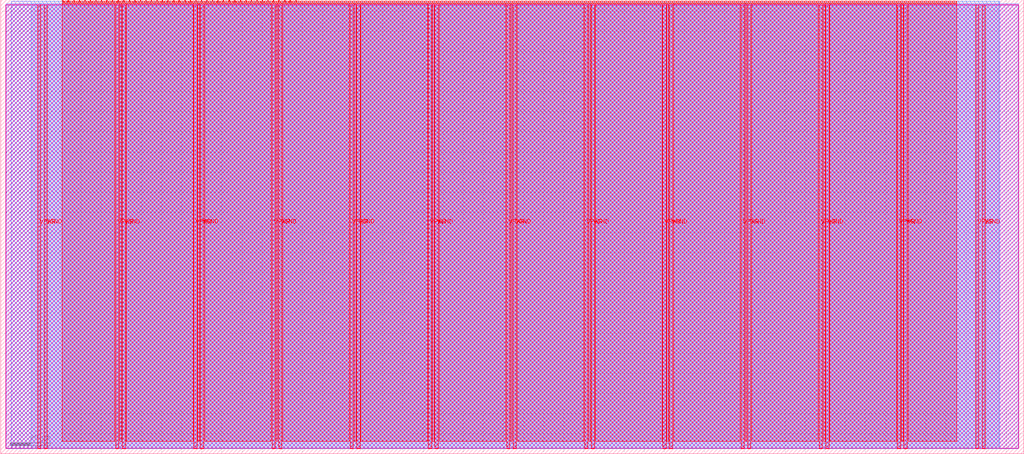
<source format=lef>
VERSION 5.7 ;
  NOWIREEXTENSIONATPIN ON ;
  DIVIDERCHAR "/" ;
  BUSBITCHARS "[]" ;
MACRO tt_um_larva
  CLASS BLOCK ;
  FOREIGN tt_um_larva ;
  ORIGIN 0.000 0.000 ;
  SIZE 508.760 BY 225.760 ;
  PIN VGND
    DIRECTION INOUT ;
    USE GROUND ;
    PORT
      LAYER met4 ;
        RECT 21.580 2.480 23.180 223.280 ;
    END
    PORT
      LAYER met4 ;
        RECT 60.450 2.480 62.050 223.280 ;
    END
    PORT
      LAYER met4 ;
        RECT 99.320 2.480 100.920 223.280 ;
    END
    PORT
      LAYER met4 ;
        RECT 138.190 2.480 139.790 223.280 ;
    END
    PORT
      LAYER met4 ;
        RECT 177.060 2.480 178.660 223.280 ;
    END
    PORT
      LAYER met4 ;
        RECT 215.930 2.480 217.530 223.280 ;
    END
    PORT
      LAYER met4 ;
        RECT 254.800 2.480 256.400 223.280 ;
    END
    PORT
      LAYER met4 ;
        RECT 293.670 2.480 295.270 223.280 ;
    END
    PORT
      LAYER met4 ;
        RECT 332.540 2.480 334.140 223.280 ;
    END
    PORT
      LAYER met4 ;
        RECT 371.410 2.480 373.010 223.280 ;
    END
    PORT
      LAYER met4 ;
        RECT 410.280 2.480 411.880 223.280 ;
    END
    PORT
      LAYER met4 ;
        RECT 449.150 2.480 450.750 223.280 ;
    END
    PORT
      LAYER met4 ;
        RECT 488.020 2.480 489.620 223.280 ;
    END
  END VGND
  PIN VPWR
    DIRECTION INOUT ;
    USE POWER ;
    PORT
      LAYER met4 ;
        RECT 18.280 2.480 19.880 223.280 ;
    END
    PORT
      LAYER met4 ;
        RECT 57.150 2.480 58.750 223.280 ;
    END
    PORT
      LAYER met4 ;
        RECT 96.020 2.480 97.620 223.280 ;
    END
    PORT
      LAYER met4 ;
        RECT 134.890 2.480 136.490 223.280 ;
    END
    PORT
      LAYER met4 ;
        RECT 173.760 2.480 175.360 223.280 ;
    END
    PORT
      LAYER met4 ;
        RECT 212.630 2.480 214.230 223.280 ;
    END
    PORT
      LAYER met4 ;
        RECT 251.500 2.480 253.100 223.280 ;
    END
    PORT
      LAYER met4 ;
        RECT 290.370 2.480 291.970 223.280 ;
    END
    PORT
      LAYER met4 ;
        RECT 329.240 2.480 330.840 223.280 ;
    END
    PORT
      LAYER met4 ;
        RECT 368.110 2.480 369.710 223.280 ;
    END
    PORT
      LAYER met4 ;
        RECT 406.980 2.480 408.580 223.280 ;
    END
    PORT
      LAYER met4 ;
        RECT 445.850 2.480 447.450 223.280 ;
    END
    PORT
      LAYER met4 ;
        RECT 484.720 2.480 486.320 223.280 ;
    END
  END VPWR
  PIN clk
    DIRECTION INPUT ;
    USE SIGNAL ;
    ANTENNAGATEAREA 0.852000 ;
    PORT
      LAYER met4 ;
        RECT 143.830 224.760 144.130 225.760 ;
    END
  END clk
  PIN ena
    DIRECTION INPUT ;
    USE SIGNAL ;
    PORT
      LAYER met4 ;
        RECT 146.590 224.760 146.890 225.760 ;
    END
  END ena
  PIN rst_n
    DIRECTION INPUT ;
    USE SIGNAL ;
    ANTENNAGATEAREA 0.247500 ;
    PORT
      LAYER met4 ;
        RECT 141.070 224.760 141.370 225.760 ;
    END
  END rst_n
  PIN ui_in[0]
    DIRECTION INPUT ;
    USE SIGNAL ;
    ANTENNAGATEAREA 0.196500 ;
    PORT
      LAYER met4 ;
        RECT 138.310 224.760 138.610 225.760 ;
    END
  END ui_in[0]
  PIN ui_in[1]
    DIRECTION INPUT ;
    USE SIGNAL ;
    ANTENNAGATEAREA 0.196500 ;
    PORT
      LAYER met4 ;
        RECT 135.550 224.760 135.850 225.760 ;
    END
  END ui_in[1]
  PIN ui_in[2]
    DIRECTION INPUT ;
    USE SIGNAL ;
    ANTENNAGATEAREA 0.196500 ;
    PORT
      LAYER met4 ;
        RECT 132.790 224.760 133.090 225.760 ;
    END
  END ui_in[2]
  PIN ui_in[3]
    DIRECTION INPUT ;
    USE SIGNAL ;
    ANTENNAGATEAREA 0.196500 ;
    PORT
      LAYER met4 ;
        RECT 130.030 224.760 130.330 225.760 ;
    END
  END ui_in[3]
  PIN ui_in[4]
    DIRECTION INPUT ;
    USE SIGNAL ;
    ANTENNAGATEAREA 0.196500 ;
    PORT
      LAYER met4 ;
        RECT 127.270 224.760 127.570 225.760 ;
    END
  END ui_in[4]
  PIN ui_in[5]
    DIRECTION INPUT ;
    USE SIGNAL ;
    ANTENNAGATEAREA 0.196500 ;
    PORT
      LAYER met4 ;
        RECT 124.510 224.760 124.810 225.760 ;
    END
  END ui_in[5]
  PIN ui_in[6]
    DIRECTION INPUT ;
    USE SIGNAL ;
    ANTENNAGATEAREA 0.196500 ;
    PORT
      LAYER met4 ;
        RECT 121.750 224.760 122.050 225.760 ;
    END
  END ui_in[6]
  PIN ui_in[7]
    DIRECTION INPUT ;
    USE SIGNAL ;
    ANTENNAGATEAREA 0.196500 ;
    PORT
      LAYER met4 ;
        RECT 118.990 224.760 119.290 225.760 ;
    END
  END ui_in[7]
  PIN uio_in[0]
    DIRECTION INPUT ;
    USE SIGNAL ;
    ANTENNAGATEAREA 0.196500 ;
    PORT
      LAYER met4 ;
        RECT 116.230 224.760 116.530 225.760 ;
    END
  END uio_in[0]
  PIN uio_in[1]
    DIRECTION INPUT ;
    USE SIGNAL ;
    ANTENNAGATEAREA 0.196500 ;
    PORT
      LAYER met4 ;
        RECT 113.470 224.760 113.770 225.760 ;
    END
  END uio_in[1]
  PIN uio_in[2]
    DIRECTION INPUT ;
    USE SIGNAL ;
    ANTENNAGATEAREA 0.196500 ;
    PORT
      LAYER met4 ;
        RECT 110.710 224.760 111.010 225.760 ;
    END
  END uio_in[2]
  PIN uio_in[3]
    DIRECTION INPUT ;
    USE SIGNAL ;
    ANTENNAGATEAREA 0.196500 ;
    PORT
      LAYER met4 ;
        RECT 107.950 224.760 108.250 225.760 ;
    END
  END uio_in[3]
  PIN uio_in[4]
    DIRECTION INPUT ;
    USE SIGNAL ;
    ANTENNAGATEAREA 0.196500 ;
    PORT
      LAYER met4 ;
        RECT 105.190 224.760 105.490 225.760 ;
    END
  END uio_in[4]
  PIN uio_in[5]
    DIRECTION INPUT ;
    USE SIGNAL ;
    ANTENNAGATEAREA 0.196500 ;
    PORT
      LAYER met4 ;
        RECT 102.430 224.760 102.730 225.760 ;
    END
  END uio_in[5]
  PIN uio_in[6]
    DIRECTION INPUT ;
    USE SIGNAL ;
    ANTENNAGATEAREA 0.196500 ;
    PORT
      LAYER met4 ;
        RECT 99.670 224.760 99.970 225.760 ;
    END
  END uio_in[6]
  PIN uio_in[7]
    DIRECTION INPUT ;
    USE SIGNAL ;
    ANTENNAGATEAREA 0.196500 ;
    PORT
      LAYER met4 ;
        RECT 96.910 224.760 97.210 225.760 ;
    END
  END uio_in[7]
  PIN uio_oe[0]
    DIRECTION OUTPUT ;
    USE SIGNAL ;
    ANTENNADIFFAREA 0.445500 ;
    PORT
      LAYER met4 ;
        RECT 49.990 224.760 50.290 225.760 ;
    END
  END uio_oe[0]
  PIN uio_oe[1]
    DIRECTION OUTPUT ;
    USE SIGNAL ;
    ANTENNADIFFAREA 0.445500 ;
    PORT
      LAYER met4 ;
        RECT 47.230 224.760 47.530 225.760 ;
    END
  END uio_oe[1]
  PIN uio_oe[2]
    DIRECTION OUTPUT ;
    USE SIGNAL ;
    ANTENNADIFFAREA 0.445500 ;
    PORT
      LAYER met4 ;
        RECT 44.470 224.760 44.770 225.760 ;
    END
  END uio_oe[2]
  PIN uio_oe[3]
    DIRECTION OUTPUT ;
    USE SIGNAL ;
    ANTENNADIFFAREA 0.445500 ;
    PORT
      LAYER met4 ;
        RECT 41.710 224.760 42.010 225.760 ;
    END
  END uio_oe[3]
  PIN uio_oe[4]
    DIRECTION OUTPUT ;
    USE SIGNAL ;
    ANTENNADIFFAREA 0.445500 ;
    PORT
      LAYER met4 ;
        RECT 38.950 224.760 39.250 225.760 ;
    END
  END uio_oe[4]
  PIN uio_oe[5]
    DIRECTION OUTPUT ;
    USE SIGNAL ;
    ANTENNADIFFAREA 0.445500 ;
    PORT
      LAYER met4 ;
        RECT 36.190 224.760 36.490 225.760 ;
    END
  END uio_oe[5]
  PIN uio_oe[6]
    DIRECTION OUTPUT ;
    USE SIGNAL ;
    ANTENNADIFFAREA 0.445500 ;
    PORT
      LAYER met4 ;
        RECT 33.430 224.760 33.730 225.760 ;
    END
  END uio_oe[6]
  PIN uio_oe[7]
    DIRECTION OUTPUT ;
    USE SIGNAL ;
    ANTENNAGATEAREA 1.519500 ;
    ANTENNADIFFAREA 0.924000 ;
    PORT
      LAYER met4 ;
        RECT 30.670 224.760 30.970 225.760 ;
    END
  END uio_oe[7]
  PIN uio_out[0]
    DIRECTION OUTPUT ;
    USE SIGNAL ;
    ANTENNAGATEAREA 0.247500 ;
    ANTENNADIFFAREA 0.891000 ;
    PORT
      LAYER met4 ;
        RECT 72.070 224.760 72.370 225.760 ;
    END
  END uio_out[0]
  PIN uio_out[1]
    DIRECTION OUTPUT ;
    USE SIGNAL ;
    ANTENNAGATEAREA 0.247500 ;
    ANTENNADIFFAREA 0.891000 ;
    PORT
      LAYER met4 ;
        RECT 69.310 224.760 69.610 225.760 ;
    END
  END uio_out[1]
  PIN uio_out[2]
    DIRECTION OUTPUT ;
    USE SIGNAL ;
    ANTENNAGATEAREA 0.247500 ;
    ANTENNADIFFAREA 0.891000 ;
    PORT
      LAYER met4 ;
        RECT 66.550 224.760 66.850 225.760 ;
    END
  END uio_out[2]
  PIN uio_out[3]
    DIRECTION OUTPUT ;
    USE SIGNAL ;
    ANTENNAGATEAREA 0.247500 ;
    ANTENNADIFFAREA 0.891000 ;
    PORT
      LAYER met4 ;
        RECT 63.790 224.760 64.090 225.760 ;
    END
  END uio_out[3]
  PIN uio_out[4]
    DIRECTION OUTPUT ;
    USE SIGNAL ;
    ANTENNAGATEAREA 0.247500 ;
    ANTENNADIFFAREA 0.891000 ;
    PORT
      LAYER met4 ;
        RECT 61.030 224.760 61.330 225.760 ;
    END
  END uio_out[4]
  PIN uio_out[5]
    DIRECTION OUTPUT ;
    USE SIGNAL ;
    ANTENNAGATEAREA 0.247500 ;
    ANTENNADIFFAREA 0.891000 ;
    PORT
      LAYER met4 ;
        RECT 58.270 224.760 58.570 225.760 ;
    END
  END uio_out[5]
  PIN uio_out[6]
    DIRECTION OUTPUT ;
    USE SIGNAL ;
    ANTENNAGATEAREA 0.247500 ;
    ANTENNADIFFAREA 0.891000 ;
    PORT
      LAYER met4 ;
        RECT 55.510 224.760 55.810 225.760 ;
    END
  END uio_out[6]
  PIN uio_out[7]
    DIRECTION OUTPUT ;
    USE SIGNAL ;
    ANTENNAGATEAREA 0.247500 ;
    ANTENNADIFFAREA 0.891000 ;
    PORT
      LAYER met4 ;
        RECT 52.750 224.760 53.050 225.760 ;
    END
  END uio_out[7]
  PIN uo_out[0]
    DIRECTION OUTPUT ;
    USE SIGNAL ;
    ANTENNAGATEAREA 0.247500 ;
    ANTENNADIFFAREA 0.924000 ;
    PORT
      LAYER met4 ;
        RECT 94.150 224.760 94.450 225.760 ;
    END
  END uo_out[0]
  PIN uo_out[1]
    DIRECTION OUTPUT ;
    USE SIGNAL ;
    ANTENNAGATEAREA 0.247500 ;
    ANTENNADIFFAREA 0.924000 ;
    PORT
      LAYER met4 ;
        RECT 91.390 224.760 91.690 225.760 ;
    END
  END uo_out[1]
  PIN uo_out[2]
    DIRECTION OUTPUT ;
    USE SIGNAL ;
    ANTENNAGATEAREA 0.126000 ;
    ANTENNADIFFAREA 0.891000 ;
    PORT
      LAYER met4 ;
        RECT 88.630 224.760 88.930 225.760 ;
    END
  END uo_out[2]
  PIN uo_out[3]
    DIRECTION OUTPUT ;
    USE SIGNAL ;
    ANTENNADIFFAREA 0.795200 ;
    PORT
      LAYER met4 ;
        RECT 85.870 224.760 86.170 225.760 ;
    END
  END uo_out[3]
  PIN uo_out[4]
    DIRECTION OUTPUT ;
    USE SIGNAL ;
    ANTENNAGATEAREA 0.126000 ;
    ANTENNADIFFAREA 0.891000 ;
    PORT
      LAYER met4 ;
        RECT 83.110 224.760 83.410 225.760 ;
    END
  END uo_out[4]
  PIN uo_out[5]
    DIRECTION OUTPUT ;
    USE SIGNAL ;
    ANTENNAGATEAREA 0.247500 ;
    ANTENNADIFFAREA 0.891000 ;
    PORT
      LAYER met4 ;
        RECT 80.350 224.760 80.650 225.760 ;
    END
  END uo_out[5]
  PIN uo_out[6]
    DIRECTION OUTPUT ;
    USE SIGNAL ;
    ANTENNADIFFAREA 0.445500 ;
    PORT
      LAYER met4 ;
        RECT 77.590 224.760 77.890 225.760 ;
    END
  END uo_out[6]
  PIN uo_out[7]
    DIRECTION OUTPUT ;
    USE SIGNAL ;
    ANTENNAGATEAREA 0.126000 ;
    ANTENNADIFFAREA 0.429000 ;
    PORT
      LAYER met4 ;
        RECT 74.830 224.760 75.130 225.760 ;
    END
  END uo_out[7]
  OBS
      LAYER nwell ;
        RECT 2.570 2.635 506.190 223.230 ;
      LAYER li1 ;
        RECT 2.760 2.635 506.000 223.125 ;
      LAYER met1 ;
        RECT 2.760 2.480 506.000 223.680 ;
      LAYER met2 ;
        RECT 5.160 2.535 496.700 224.925 ;
      LAYER met3 ;
        RECT 15.245 2.555 496.275 224.905 ;
      LAYER met4 ;
        RECT 31.370 224.360 33.030 224.905 ;
        RECT 34.130 224.360 35.790 224.905 ;
        RECT 36.890 224.360 38.550 224.905 ;
        RECT 39.650 224.360 41.310 224.905 ;
        RECT 42.410 224.360 44.070 224.905 ;
        RECT 45.170 224.360 46.830 224.905 ;
        RECT 47.930 224.360 49.590 224.905 ;
        RECT 50.690 224.360 52.350 224.905 ;
        RECT 53.450 224.360 55.110 224.905 ;
        RECT 56.210 224.360 57.870 224.905 ;
        RECT 58.970 224.360 60.630 224.905 ;
        RECT 61.730 224.360 63.390 224.905 ;
        RECT 64.490 224.360 66.150 224.905 ;
        RECT 67.250 224.360 68.910 224.905 ;
        RECT 70.010 224.360 71.670 224.905 ;
        RECT 72.770 224.360 74.430 224.905 ;
        RECT 75.530 224.360 77.190 224.905 ;
        RECT 78.290 224.360 79.950 224.905 ;
        RECT 81.050 224.360 82.710 224.905 ;
        RECT 83.810 224.360 85.470 224.905 ;
        RECT 86.570 224.360 88.230 224.905 ;
        RECT 89.330 224.360 90.990 224.905 ;
        RECT 92.090 224.360 93.750 224.905 ;
        RECT 94.850 224.360 96.510 224.905 ;
        RECT 97.610 224.360 99.270 224.905 ;
        RECT 100.370 224.360 102.030 224.905 ;
        RECT 103.130 224.360 104.790 224.905 ;
        RECT 105.890 224.360 107.550 224.905 ;
        RECT 108.650 224.360 110.310 224.905 ;
        RECT 111.410 224.360 113.070 224.905 ;
        RECT 114.170 224.360 115.830 224.905 ;
        RECT 116.930 224.360 118.590 224.905 ;
        RECT 119.690 224.360 121.350 224.905 ;
        RECT 122.450 224.360 124.110 224.905 ;
        RECT 125.210 224.360 126.870 224.905 ;
        RECT 127.970 224.360 129.630 224.905 ;
        RECT 130.730 224.360 132.390 224.905 ;
        RECT 133.490 224.360 135.150 224.905 ;
        RECT 136.250 224.360 137.910 224.905 ;
        RECT 139.010 224.360 140.670 224.905 ;
        RECT 141.770 224.360 143.430 224.905 ;
        RECT 144.530 224.360 146.190 224.905 ;
        RECT 147.290 224.360 475.345 224.905 ;
        RECT 30.655 223.680 475.345 224.360 ;
        RECT 30.655 6.295 56.750 223.680 ;
        RECT 59.150 6.295 60.050 223.680 ;
        RECT 62.450 6.295 95.620 223.680 ;
        RECT 98.020 6.295 98.920 223.680 ;
        RECT 101.320 6.295 134.490 223.680 ;
        RECT 136.890 6.295 137.790 223.680 ;
        RECT 140.190 6.295 173.360 223.680 ;
        RECT 175.760 6.295 176.660 223.680 ;
        RECT 179.060 6.295 212.230 223.680 ;
        RECT 214.630 6.295 215.530 223.680 ;
        RECT 217.930 6.295 251.100 223.680 ;
        RECT 253.500 6.295 254.400 223.680 ;
        RECT 256.800 6.295 289.970 223.680 ;
        RECT 292.370 6.295 293.270 223.680 ;
        RECT 295.670 6.295 328.840 223.680 ;
        RECT 331.240 6.295 332.140 223.680 ;
        RECT 334.540 6.295 367.710 223.680 ;
        RECT 370.110 6.295 371.010 223.680 ;
        RECT 373.410 6.295 406.580 223.680 ;
        RECT 408.980 6.295 409.880 223.680 ;
        RECT 412.280 6.295 445.450 223.680 ;
        RECT 447.850 6.295 448.750 223.680 ;
        RECT 451.150 6.295 475.345 223.680 ;
  END
END tt_um_larva
END LIBRARY


</source>
